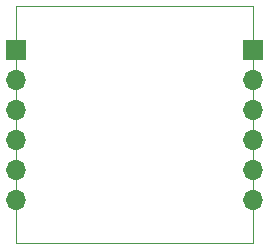
<source format=gbr>
G04 #@! TF.GenerationSoftware,KiCad,Pcbnew,(5.99.0-11522-g728b160719)*
G04 #@! TF.CreationDate,2021-08-02T20:57:02+10:00*
G04 #@! TF.ProjectId,USB-TTL,5553422d-5454-44c2-9e6b-696361645f70,rev?*
G04 #@! TF.SameCoordinates,Original*
G04 #@! TF.FileFunction,Soldermask,Bot*
G04 #@! TF.FilePolarity,Negative*
%FSLAX46Y46*%
G04 Gerber Fmt 4.6, Leading zero omitted, Abs format (unit mm)*
G04 Created by KiCad (PCBNEW (5.99.0-11522-g728b160719)) date 2021-08-02 20:57:02*
%MOMM*%
%LPD*%
G01*
G04 APERTURE LIST*
G04 #@! TA.AperFunction,Profile*
%ADD10C,0.100000*%
G04 #@! TD*
%ADD11R,1.700000X1.700000*%
%ADD12O,1.700000X1.700000*%
G04 APERTURE END LIST*
D10*
X157988000Y-103734000D02*
X137922000Y-103734000D01*
X137922000Y-103734000D02*
X137922000Y-83668000D01*
X137922000Y-83668000D02*
X157988000Y-83668000D01*
X157988000Y-83668000D02*
X157988000Y-103734000D01*
D11*
G04 #@! TO.C,J1*
X137922000Y-87376000D03*
D12*
X137922000Y-89916000D03*
X137922000Y-92456000D03*
X137922000Y-94996000D03*
X137922000Y-97536000D03*
X137922000Y-100076000D03*
G04 #@! TD*
D11*
G04 #@! TO.C,J2*
X157988000Y-87376000D03*
D12*
X157988000Y-89916000D03*
X157988000Y-92456000D03*
X157988000Y-94996000D03*
X157988000Y-97536000D03*
X157988000Y-100076000D03*
G04 #@! TD*
M02*

</source>
